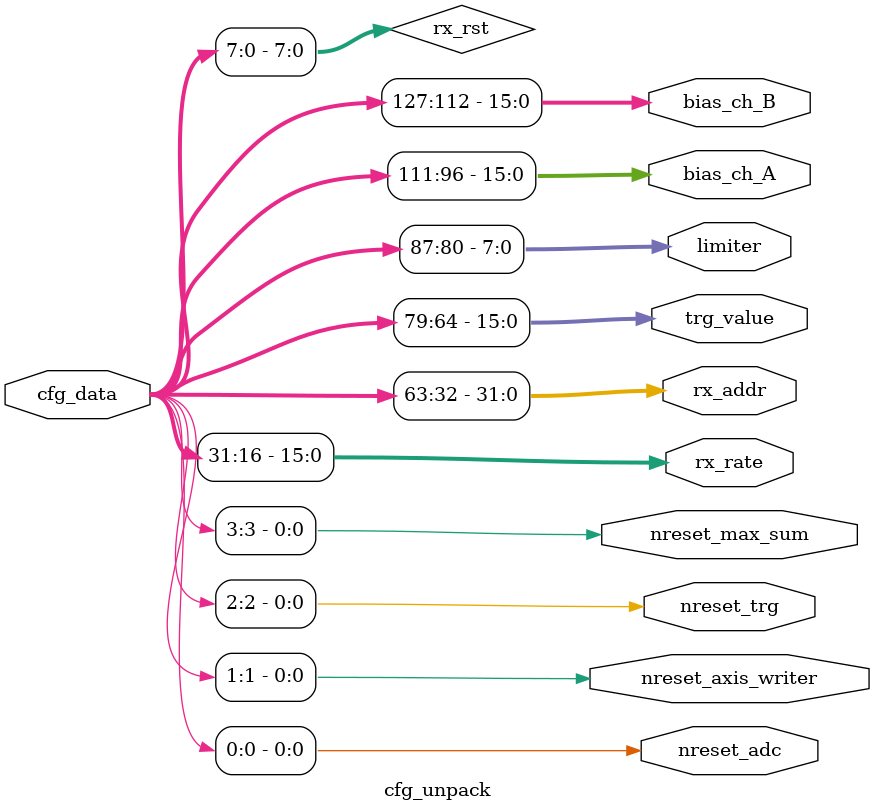
<source format=v>
`timescale 1ns / 1ps

module cfg_unpack #(
  parameter integer CFG_DATA_WIDTH = 160,
  parameter integer RX_RST_LSB     = 0,    parameter integer RX_RST_WIDTH     = 8,
  parameter integer RX_RATE_LSB    = 16,   parameter integer RX_RATE_WIDTH    = 16,
  parameter integer RX_ADDR_LSB    = 32,   parameter integer RX_ADDR_WIDTH    = 32,
  parameter integer TRG_VALUE_LSB  = 64,   parameter integer TRG_VALUE_WIDTH  = 16,
  parameter integer LIMITER_LSB    = 80,   parameter integer LIMITER_WIDTH    = 8,
  parameter integer BIAS_A_LSB     = 96,   parameter integer BIAS_A_WIDTH     = 16,
  parameter integer BIAS_B_LSB     = 112,  parameter integer BIAS_B_WIDTH     = 16
) (
  input  wire [CFG_DATA_WIDTH-1:0] cfg_data,

  
  // отдельные битовые выходы (по запросу)
  output wire                      nreset_adc,         // rx_rst[0]
  output wire                      nreset_axis_writer, // rx_rst[1]
  output wire                      nreset_trg,         // rx_rst[2]
  output wire                      nreset_max_sum,         // rx_rst[3]

  output wire signed [RX_RATE_WIDTH-1:0] rx_rate,
  output wire [RX_ADDR_WIDTH-1:0]  rx_addr,
  output wire [TRG_VALUE_WIDTH-1:0] trg_value,
  output wire [LIMITER_WIDTH-1:0]  limiter,
  output wire signed [BIAS_A_WIDTH-1:0] bias_ch_A,
  output wire signed [BIAS_B_WIDTH-1:0] bias_ch_B
);
 
 wire [RX_RST_WIDTH-1:0]   rx_rst;
 
  // проверки границ (как было)
  initial begin
    if (RX_RST_LSB + RX_RST_WIDTH   > CFG_DATA_WIDTH)  $error("RX_RST out of range");
    if (RX_RATE_LSB + RX_RATE_WIDTH > CFG_DATA_WIDTH)  $error("RX_RATE out of range");
    if (RX_ADDR_LSB + RX_ADDR_WIDTH > CFG_DATA_WIDTH)  $error("RX_ADDR out of range");
    if (TRG_VALUE_LSB + TRG_VALUE_WIDTH > CFG_DATA_WIDTH)$error("TRG_VALUE out of range");
    if (LIMITER_LSB + LIMITER_WIDTH > CFG_DATA_WIDTH)  $error("LIMITER out of range");
    if (BIAS_A_LSB + BIAS_A_WIDTH   > CFG_DATA_WIDTH)  $error("BIAS_A out of range");
    if (BIAS_B_LSB + BIAS_B_WIDTH   > CFG_DATA_WIDTH)  $error("BIAS_B out of range");
  end

  // срезы
  assign rx_rst    = cfg_data[ RX_RST_LSB + RX_RST_WIDTH - 1 : RX_RST_LSB ];
  assign rx_rate   = cfg_data[ RX_RATE_LSB + RX_RATE_WIDTH - 1 : RX_RATE_LSB ];
  assign rx_addr   = cfg_data[ RX_ADDR_LSB + RX_ADDR_WIDTH - 1 : RX_ADDR_LSB ];
  assign trg_value = cfg_data[ TRG_VALUE_LSB + TRG_VALUE_WIDTH - 1 : TRG_VALUE_LSB ];
  assign limiter   = cfg_data[ LIMITER_LSB + LIMITER_WIDTH - 1 : LIMITER_LSB ];
  assign bias_ch_A = cfg_data[ BIAS_A_LSB + BIAS_A_WIDTH - 1 : BIAS_A_LSB ];
  assign bias_ch_B = cfg_data[ BIAS_B_LSB + BIAS_B_WIDTH - 1 : BIAS_B_LSB ];

  // побитовые выходы (0 - LSB)
  assign nreset_adc         = rx_rst[0]; // 0 бит - сброс ADC_1
  assign nreset_axis_writer = rx_rst[1]; // 1 бит - axis_writer
  assign nreset_trg         = rx_rst[2]; // 2 бит - сброс триггера
  assign nreset_max_sum     = rx_rst[3]; // 3 бит - сброс максимума суммы модулей каналов АЦП

  // при желании можно добавить инверсию (active-low) здесь, например:
  // assign rst_adc = ~rx_rst[0]; // если в логике нужно active-low

endmodule

</source>
